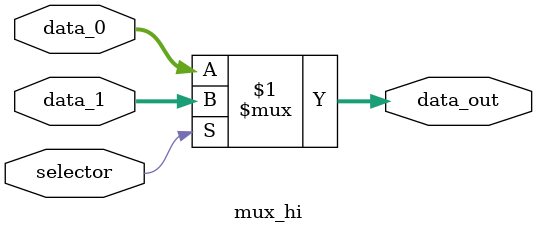
<source format=v>
/*
    MUX_Hi seleciona a saída:
    - Div
    - Mult
*/

module mux_hi(
    input wire selector,
    input wire [31:0] data_0,
    input wire [31:0] data_1,
    output wire [31:0] data_out
);

    assign data_out = (selector) ? data_1 : data_0;

endmodule
</source>
